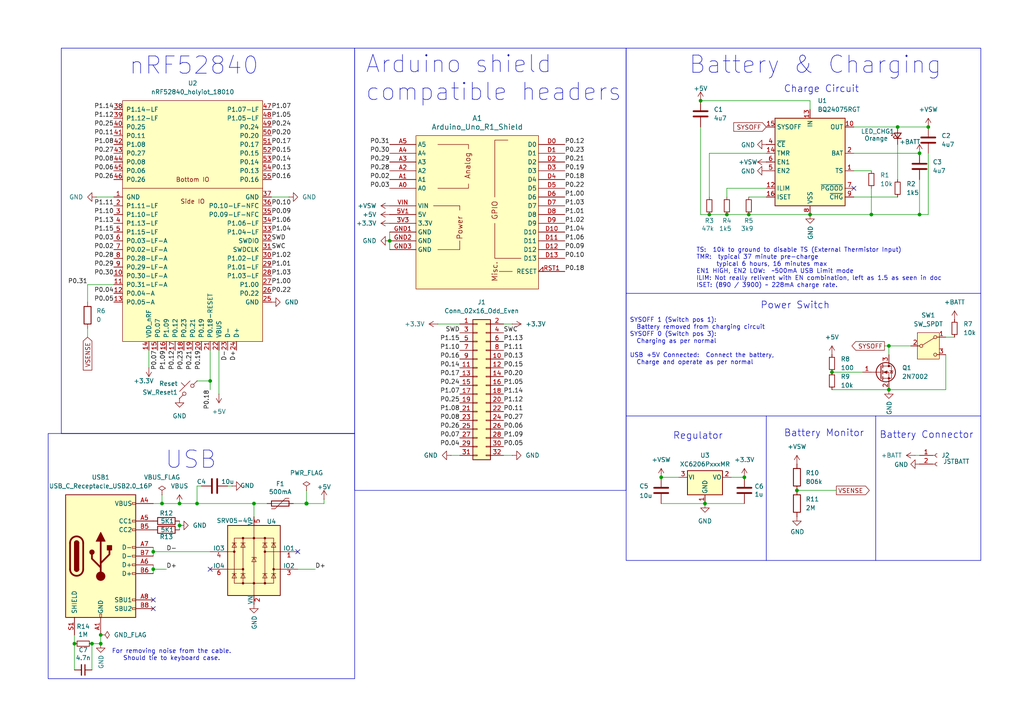
<source format=kicad_sch>
(kicad_sch (version 20231120) (generator "eeschema") (generator_version "8.0")
  (paper "A4")
  (title_block (title "nRF52840-Uno") (date "2024-08-12") (rev "0.1") (company "Scott O'Brien"))
  (lib_symbols
    (symbol "ArduinoStyleHeaders:Uno_Style_nRF8240_Breakout"
      (property "Reference" "U" (at 0 0 0))
      (symbol "Uno_Style_nRF8240_Breakout_0_0"
        (text "Analog" (at -2.794 -11.176 900) (effects (font (size 1.524 1.524))))
        (text "Misc." (at 5.08 -41.91 900) (effects (font (size 1.524 1.524))))
        (text "Power" (at -5.08 -29.21 900) (effects (font (size 1.524 1.524))))
      )
      (symbol "Uno_Style_nRF8240_Breakout_1_0"
        (text "GPIO" (at 5.08 -24.13 900) (effects (font (size 1.524 1.524))))
      )
      (symbol "Uno_Style_nRF8240_Breakout_1_1"
        (pin power_in line (at -25.4 -27.94 0) (length 7.62) (name "3.3V") (number "3V3"))
        (pin power_in line (at -25.4 -25.4 0) (length 7.62) (name "5V") (number "5V1"))
        (pin bidirectional line (at -25.4 -17.78 0) (length 7.62) (name "A0") (number "A0"))
        (pin bidirectional line (at -25.4 -15.24 0) (length 7.62) (name "A1") (number "A1"))
        (pin bidirectional line (at -25.4 -12.7 0) (length 7.62) (name "A2") (number "A2"))
        (pin bidirectional line (at -25.4 -10.16 0) (length 7.62) (name "A3") (number "A3"))
        (pin bidirectional line (at -25.4 -7.62 0) (length 7.62) (name "A4") (number "A4"))
        (pin bidirectional line (at -25.4 -5.08 0) (length 7.62) (name "A5") (number "A5"))
        (pin bidirectional line (at 25.4 -5.08 180) (length 7.62) (name "D0") (number "D0"))
        (pin bidirectional line (at 25.4 -7.62 180) (length 7.62) (name "D1") (number "D1"))
        (pin bidirectional line (at 25.4 -30.48 180) (length 7.62) (name "D10") (number "D10"))
        (pin bidirectional line (at 25.4 -33.02 180) (length 7.62) (name "D11") (number "D11"))
        (pin bidirectional line (at 25.4 -35.56 180) (length 7.62) (name "D12") (number "D12"))
        (pin bidirectional line (at 25.4 -38.1 180) (length 7.62) (name "D13") (number "D13"))
        (pin bidirectional line (at 25.4 -10.16 180) (length 7.62) (name "D2") (number "D2"))
        (pin bidirectional line (at 25.4 -12.7 180) (length 7.62) (name "D3") (number "D3"))
        (pin bidirectional line (at 25.4 -15.24 180) (length 7.62) (name "D4") (number "D4"))
        (pin bidirectional line (at 25.4 -17.78 180) (length 7.62) (name "D5") (number "D5"))
        (pin bidirectional line (at 25.4 -20.32 180) (length 7.62) (name "D6") (number "D6"))
        (pin bidirectional line (at 25.4 -22.86 180) (length 7.62) (name "D7") (number "D7"))
        (pin bidirectional line (at 25.4 -25.4 180) (length 7.62) (name "D8") (number "D8"))
        (pin bidirectional line (at 25.4 -27.94 180) (length 7.62) (name "D9") (number "D9"))
        (pin power_in line (at -25.4 -30.48 0) (length 7.62) (name "GND") (number "GND1"))
        (pin power_in line (at -25.4 -33.02 0) (length 7.62) (name "GND") (number "GND2"))
        (pin power_in line (at -25.4 -35.56 0) (length 7.62) (name "GND") (number "GND3"))
        (pin open_collector input_low (at 25.4 -41.91 180) (length 7.62) (name "RESET") (number "RST1"))
        (pin power_in line (at -25.4 -22.86 0) (length 7.62) (name "VIN") (number "VIN"))
      )
    )
    (symbol "Battery_Management:BQ24075RGT"
      (property "Reference" "U" (at -8.89 13.97 0))
      (property "Value" "BQ24075RGT" (at 16.51 13.97 0))
      (symbol "BQ24075RGT_1_1"
        (pin passive line (at 12.7 -2.54 180) (length 2.54) (name "TS") (number "1"))
        (pin power_out line (at 12.7 10.16 180) (length 2.54) (name "OUT") (number "10"))
        (pin passive line (at 12.7 10.16 180) (length 2.54) hide (name "OUT") (number "11"))
        (pin passive line (at -12.7 -7.62 0) (length 2.54) (name "ILIM") (number "12"))
        (pin power_in line (at 0 15.24 270) (length 2.54) (name "IN") (number "13"))
        (pin input line (at -12.7 2.54 0) (length 2.54) (name "TMR") (number "14"))
        (pin input line (at -12.7 10.16 0) (length 2.54) (name "SYSOFF") (number "15"))
        (pin passive line (at -12.7 -10.16 0) (length 2.54) (name "ISET") (number "16"))
        (pin passive line (at 0 -15.24 90) (length 2.54) hide (name "VSS") (number "17"))
        (pin power_out line (at 12.7 2.54 180) (length 2.54) (name "BAT") (number "2"))
        (pin passive line (at 12.7 2.54 180) (length 2.54) hide (name "BAT") (number "3"))
        (pin input line (at -12.7 5.08 0) (length 2.54) (name "~{CE}") (number "4"))
        (pin input line (at -12.7 -2.54 0) (length 2.54) (name "EN2") (number "5"))
        (pin input line (at -12.7 0 0) (length 2.54) (name "EN1") (number "6"))
        (pin open_collector line (at 12.7 -7.62 180) (length 2.54) (name "~{PGOOD}") (number "7"))
        (pin power_in line (at 0 -15.24 90) (length 2.54) (name "VSS") (number "8"))
        (pin open_collector line (at 12.7 -10.16 180) (length 2.54) (name "~{CHG}") (number "9"))
      )
    )
    (symbol "Connector:Conn_01x02_Socket" (pin_names (offset 1.016) hide)
      (property "Reference" "J" (at 0 2.54 0))
      (property "Value" "Conn_01x02_Socket" (at 0 -5.08 0))
      (symbol "Conn_01x02_Socket_1_1"
        (pin passive line (at -5.08 0 0) (length 3.81) (name "Pin_1") (number "1"))
        (pin passive line (at -5.08 -2.54 0) (length 3.81) (name "Pin_2") (number "2"))
      )
    )
    (symbol "Connector:USB_C_Receptacle_USB2.0_16P" (pin_names (offset 1.016))
      (property "Reference" "J" (at 0 22.225 0))
      (property "Value" "USB_C_Receptacle_USB2.0_16P" (at 0 19.685 0))
      (symbol "USB_C_Receptacle_USB2.0_16P_1_1"
        (pin passive line (at 0 -22.86 90) (length 5.08) (name "GND") (number "A1"))
        (pin passive line (at 0 -22.86 90) (length 5.08) hide (name "GND") (number "A12"))
        (pin passive line (at 15.24 15.24 180) (length 5.08) (name "VBUS") (number "A4"))
        (pin bidirectional line (at 15.24 10.16 180) (length 5.08) (name "CC1") (number "A5"))
        (pin bidirectional line (at 15.24 -2.54 180) (length 5.08) (name "D+") (number "A6"))
        (pin bidirectional line (at 15.24 2.54 180) (length 5.08) (name "D-") (number "A7"))
        (pin bidirectional line (at 15.24 -12.7 180) (length 5.08) (name "SBU1") (number "A8"))
        (pin passive line (at 15.24 15.24 180) (length 5.08) hide (name "VBUS") (number "A9"))
        (pin passive line (at 0 -22.86 90) (length 5.08) hide (name "GND") (number "B1"))
        (pin passive line (at 0 -22.86 90) (length 5.08) hide (name "GND") (number "B12"))
        (pin passive line (at 15.24 15.24 180) (length 5.08) hide (name "VBUS") (number "B4"))
        (pin bidirectional line (at 15.24 7.62 180) (length 5.08) (name "CC2") (number "B5"))
        (pin bidirectional line (at 15.24 -5.08 180) (length 5.08) (name "D+") (number "B6"))
        (pin bidirectional line (at 15.24 0 180) (length 5.08) (name "D-") (number "B7"))
        (pin bidirectional line (at 15.24 -15.24 180) (length 5.08) (name "SBU2") (number "B8"))
        (pin passive line (at 15.24 15.24 180) (length 5.08) hide (name "VBUS") (number "B9"))
        (pin passive line (at -7.62 -22.86 90) (length 5.08) (name "SHIELD") (number "S1"))
      )
    )
    (symbol "Connector_Generic:Conn_02x16_Odd_Even" (pin_names (offset 1.016) hide)
      (property "Reference" "J" (at 1.27 20.32 0))
      (property "Value" "Conn_02x16_Odd_Even" (at 1.27 -22.86 0))
      (symbol "Conn_02x16_Odd_Even_1_1"
        (pin passive line (at -5.08 17.78 0) (length 3.81) (name "Pin_1") (number "1"))
        (pin passive line (at 7.62 7.62 180) (length 3.81) (name "Pin_10") (number "10"))
        (pin passive line (at -5.08 5.08 0) (length 3.81) (name "Pin_11") (number "11"))
        (pin passive line (at 7.62 5.08 180) (length 3.81) (name "Pin_12") (number "12"))
        (pin passive line (at -5.08 2.54 0) (length 3.81) (name "Pin_13") (number "13"))
        (pin passive line (at 7.62 2.54 180) (length 3.81) (name "Pin_14") (number "14"))
        (pin passive line (at -5.08 0 0) (length 3.81) (name "Pin_15") (number "15"))
        (pin passive line (at 7.62 0 180) (length 3.81) (name "Pin_16") (number "16"))
        (pin passive line (at -5.08 -2.54 0) (length 3.81) (name "Pin_17") (number "17"))
        (pin passive line (at 7.62 -2.54 180) (length 3.81) (name "Pin_18") (number "18"))
        (pin passive line (at -5.08 -5.08 0) (length 3.81) (name "Pin_19") (number "19"))
        (pin passive line (at 7.62 17.78 180) (length 3.81) (name "Pin_2") (number "2"))
        (pin passive line (at 7.62 -5.08 180) (length 3.81) (name "Pin_20") (number "20"))
        (pin passive line (at -5.08 -7.62 0) (length 3.81) (name "Pin_21") (number "21"))
        (pin passive line (at 7.62 -7.62 180) (length 3.81) (name "Pin_22") (number "22"))
        (pin passive line (at -5.08 -10.16 0) (length 3.81) (name "Pin_23") (number "23"))
        (pin passive line (at 7.62 -10.16 180) (length 3.81) (name "Pin_24") (number "24"))
        (pin passive line (at -5.08 -12.7 0) (length 3.81) (name "Pin_25") (number "25"))
        (pin passive line (at 7.62 -12.7 180) (length 3.81) (name "Pin_26") (number "26"))
        (pin passive line (at -5.08 -15.24 0) (length 3.81) (name "Pin_27") (number "27"))
        (pin passive line (at 7.62 -15.24 180) (length 3.81) (name "Pin_28") (number "28"))
        (pin passive line (at -5.08 -17.78 0) (length 3.81) (name "Pin_29") (number "29"))
        (pin passive line (at -5.08 15.24 0) (length 3.81) (name "Pin_3") (number "3"))
        (pin passive line (at 7.62 -17.78 180) (length 3.81) (name "Pin_30") (number "30"))
        (pin passive line (at -5.08 -20.32 0) (length 3.81) (name "Pin_31") (number "31"))
        (pin passive line (at 7.62 -20.32 180) (length 3.81) (name "Pin_32") (number "32"))
        (pin passive line (at 7.62 15.24 180) (length 3.81) (name "Pin_4") (number "4"))
        (pin passive line (at -5.08 12.7 0) (length 3.81) (name "Pin_5") (number "5"))
        (pin passive line (at 7.62 12.7 180) (length 3.81) (name "Pin_6") (number "6"))
        (pin passive line (at -5.08 10.16 0) (length 3.81) (name "Pin_7") (number "7"))
        (pin passive line (at 7.62 10.16 180) (length 3.81) (name "Pin_8") (number "8"))
        (pin passive line (at -5.08 7.62 0) (length 3.81) (name "Pin_9") (number "9"))
      )
    )
    (symbol "Device:C" (pin_numbers hide) (pin_names (offset 0.254))
      (property "Reference" "C" (at 0.635 2.54 0))
      (property "Value" "C" (at 0.635 -2.54 0))
      (symbol "C_1_1"
        (pin passive line (at 0 3.81 270) (length 2.794) (name "~") (number "1"))
        (pin passive line (at 0 -3.81 90) (length 2.794) (name "~") (number "2"))
      )
    )
    (symbol "Device:C_Small" (pin_numbers hide) (pin_names (offset 0.254) hide)
      (property "Reference" "C" (at 0.254 1.778 0))
      (property "Value" "C_Small" (at 0.254 -2.032 0))
      (symbol "C_Small_1_1"
        (pin passive line (at 0 2.54 270) (length 2.032) (name "~") (number "1"))
        (pin passive line (at 0 -2.54 90) (length 2.032) (name "~") (number "2"))
      )
    )
    (symbol "Device:LED_Small" (pin_numbers hide) (pin_names (offset 0.254) hide)
      (property "Reference" "D" (at -1.27 3.175 0))
      (property "Value" "LED_Small" (at -4.445 -2.54 0))
      (symbol "LED_Small_1_1"
        (pin passive line (at -2.54 0 0) (length 1.778) (name "K") (number "1"))
        (pin passive line (at 2.54 0 180) (length 1.778) (name "A") (number "2"))
      )
    )
    (symbol "Device:Polyfuse" (pin_numbers hide) (pin_names (offset 0))
      (property "Reference" "F" (at -2.54 0 90))
      (property "Value" "Polyfuse" (at 2.54 0 90))
      (symbol "Polyfuse_1_1"
        (pin passive line (at 0 3.81 270) (length 1.27) (name "~") (number "1"))
        (pin passive line (at 0 -3.81 90) (length 1.27) (name "~") (number "2"))
      )
    )
    (symbol "Device:R" (pin_numbers hide) (pin_names (offset 0))
      (property "Reference" "R" (at 2.032 0 90))
      (property "Value" "R" (at 0 0 90))
      (symbol "R_1_1"
        (pin passive line (at 0 3.81 270) (length 1.27) (name "~") (number "1"))
        (pin passive line (at 0 -3.81 90) (length 1.27) (name "~") (number "2"))
      )
    )
    (symbol "Device:R_Small" (pin_numbers hide) (pin_names (offset 0.254) hide)
      (property "Reference" "R" (at 0.762 0.508 0))
      (property "Value" "R_Small" (at 0.762 -1.016 0))
      (symbol "R_Small_1_1"
        (pin passive line (at 0 2.54 270) (length 0.762) (name "~") (number "1"))
        (pin passive line (at 0 -2.54 90) (length 0.762) (name "~") (number "2"))
      )
    )
    (symbol "PCM_marbastlib-various:nRF52840_holyiot_18010" (pin_names (offset 1.016))
      (property "Reference" "U" (at 0 30.48 0))
      (property "Value" "nRF52840_holyiot_18010" (at 0 27.94 0))
      (symbol "nRF52840_holyiot_18010_0_0"
        (text "Bottom IO" (at 0 2.54 0) (effects (font (size 1.27 1.27))))
        (text "Side IO" (at 0 -3.81 0) (effects (font (size 1.27 1.27))))
      )
      (symbol "nRF52840_holyiot_18010_1_1"
        (pin power_in line (at -22.86 -2.54 0) (length 2.54) (name "GND") (number "1"))
        (pin bidirectional line (at -22.86 -25.4 0) (length 2.54) (name "P0.30-LF-A") (number "10"))
        (pin bidirectional line (at -22.86 -27.94 0) (length 2.54) (name "P0.31-LF-A") (number "11"))
        (pin bidirectional line (at -22.86 -30.48 0) (length 2.54) (name "P0.04-A") (number "12"))
        (pin bidirectional line (at -22.86 -33.02 0) (length 2.54) (name "P0.05-A") (number "13"))
        (pin power_in line (at -12.7 -46.99 90) (length 2.54) (name "VDD_nRF") (number "14"))
        (pin bidirectional line (at -10.16 -46.99 90) (length 2.54) (name "P0.07") (number "15"))
        (pin bidirectional line (at -7.62 -46.99 90) (length 2.54) (name "P1.09") (number "16"))
        (pin bidirectional line (at -5.08 -46.99 90) (length 2.54) (name "P0.12") (number "17"))
        (pin bidirectional line (at -2.54 -46.99 90) (length 2.54) (name "P0.23") (number "18"))
        (pin bidirectional line (at 0 -46.99 90) (length 2.54) (name "P0.21") (number "19"))
        (pin bidirectional line (at -22.86 -5.08 0) (length 2.54) (name "P1.11-LF") (number "2"))
        (pin bidirectional line (at 2.54 -46.99 90) (length 2.54) (name "P0.19") (number "20"))
        (pin input line (at 5.08 -46.99 90) (length 2.54) (name "P0.18-RESET") (number "21"))
        (pin power_in line (at 7.62 -46.99 90) (length 2.54) (name "VBUS") (number "22"))
        (pin bidirectional line (at 10.16 -46.99 90) (length 2.54) (name "D-") (number "23"))
        (pin bidirectional line (at 12.7 -46.99 90) (length 2.54) (name "D+") (number "24"))
        (pin power_in line (at 22.86 -33.02 180) (length 2.54) (name "GND") (number "25"))
        (pin bidirectional line (at 22.86 -30.48 180) (length 2.54) (name "P0.22") (number "26"))
        (pin bidirectional line (at 22.86 -27.94 180) (length 2.54) (name "P1.00") (number "27"))
        (pin bidirectional line (at 22.86 -25.4 180) (length 2.54) (name "P1.03-LF") (number "28"))
        (pin bidirectional line (at 22.86 -22.86 180) (length 2.54) (name "P1.01-LF") (number "29"))
        (pin bidirectional line (at -22.86 -7.62 0) (length 2.54) (name "P1.10-LF") (number "3"))
        (pin bidirectional line (at 22.86 -20.32 180) (length 2.54) (name "P1.02-LF") (number "30"))
        (pin bidirectional line (at 22.86 -17.78 180) (length 2.54) (name "SWDCLK") (number "31"))
        (pin bidirectional line (at 22.86 -15.24 180) (length 2.54) (name "SWDIO") (number "32"))
        (pin bidirectional line (at 22.86 -12.7 180) (length 2.54) (name "P1.04-LF") (number "33"))
        (pin bidirectional line (at 22.86 -10.16 180) (length 2.54) (name "P1.06-LF") (number "34"))
        (pin bidirectional line (at 22.86 -7.62 180) (length 2.54) (name "P0.09-LF-NFC") (number "35"))
        (pin bidirectional line (at 22.86 -5.08 180) (length 2.54) (name "P0.10-LF-NFC") (number "36"))
        (pin power_in line (at 22.86 -2.54 180) (length 2.54) (name "GND") (number "37"))
        (pin bidirectional line (at -22.86 22.86 0) (length 2.54) (name "P1.14-LF") (number "38"))
        (pin bidirectional line (at -22.86 20.32 0) (length 2.54) (name "P1.12-LF") (number "39"))
        (pin bidirectional line (at -22.86 -10.16 0) (length 2.54) (name "P1.13-LF") (number "4"))
        (pin bidirectional line (at -22.86 17.78 0) (length 2.54) (name "P0.25") (number "40"))
        (pin bidirectional line (at -22.86 15.24 0) (length 2.54) (name "P0.11") (number "41"))
        (pin bidirectional line (at -22.86 12.7 0) (length 2.54) (name "P1.08") (number "42"))
        (pin bidirectional line (at -22.86 10.16 0) (length 2.54) (name "P0.27") (number "43"))
        (pin bidirectional line (at -22.86 7.62 0) (length 2.54) (name "P0.08") (number "44"))
        (pin bidirectional line (at -22.86 5.08 0) (length 2.54) (name "P0.06") (number "45"))
        (pin bidirectional line (at -22.86 2.54 0) (length 2.54) (name "P0.26") (number "46"))
        (pin bidirectional line (at 22.86 22.86 180) (length 2.54) (name "P1.07-LF") (number "47"))
        (pin bidirectional line (at 22.86 20.32 180) (length 2.54) (name "P1.05-LF") (number "48"))
        (pin bidirectional line (at 22.86 17.78 180) (length 2.54) (name "P0.24") (number "49"))
        (pin bidirectional line (at -22.86 -12.7 0) (length 2.54) (name "P1.15-LF") (number "5"))
        (pin bidirectional line (at 22.86 15.24 180) (length 2.54) (name "P0.20") (number "50"))
        (pin bidirectional line (at 22.86 12.7 180) (length 2.54) (name "P0.17") (number "51"))
        (pin bidirectional line (at 22.86 10.16 180) (length 2.54) (name "P0.15") (number "52"))
        (pin bidirectional line (at 22.86 7.62 180) (length 2.54) (name "P0.14") (number "53"))
        (pin bidirectional line (at 22.86 5.08 180) (length 2.54) (name "P0.13") (number "54"))
        (pin bidirectional line (at 22.86 2.54 180) (length 2.54) (name "P0.16") (number "55"))
        (pin bidirectional line (at -22.86 -15.24 0) (length 2.54) (name "P0.03-LF-A") (number "6"))
        (pin bidirectional line (at -22.86 -17.78 0) (length 2.54) (name "P0.02-LF-A") (number "7"))
        (pin bidirectional line (at -22.86 -20.32 0) (length 2.54) (name "P0.28-LF-A") (number "8"))
        (pin bidirectional line (at -22.86 -22.86 0) (length 2.54) (name "P0.29-LF-A") (number "9"))
      )
    )
    (symbol "Power_Protection:SRV05-4" (pin_names (offset 0))
      (property "Reference" "U" (at -5.08 11.43 0))
      (property "Value" "SRV05-4" (at 2.54 11.43 0))
      (symbol "SRV05-4_1_1"
        (pin passive line (at -12.7 2.54 0) (length 5.08) (name "IO1") (number "1"))
        (pin passive line (at 0 -12.7 90) (length 2.54) (name "VN") (number "2"))
        (pin passive line (at -12.7 -2.54 0) (length 5.08) (name "IO2") (number "3"))
        (pin passive line (at 12.7 2.54 180) (length 5.08) (name "IO3") (number "4"))
        (pin passive line (at 0 12.7 270) (length 2.54) (name "VP") (number "5"))
        (pin passive line (at 12.7 -2.54 180) (length 5.08) (name "IO4") (number "6"))
      )
    )
    (symbol "Switch:SW_Push_45deg" (pin_numbers hide) (pin_names (offset 1.016) hide)
      (property "Reference" "SW" (at 3.048 1.016 0))
      (property "Value" "SW_Push_45deg" (at 0 -3.81 0))
      (symbol "SW_Push_45deg_0_1"
        (pin passive line (at -2.54 2.54 0) (length 0) (name "1") (number "1"))
        (pin passive line (at 2.54 -2.54 180) (length 0) (name "2") (number "2"))
      )
    )
    (symbol "Switch:SW_SPDT" (pin_names (offset 0) hide)
      (property "Reference" "SW" (at 0 5.08 0))
      (property "Value" "SW_SPDT" (at 0 -5.08 0))
      (symbol "SW_SPDT_1_1"
        (pin passive line (at 5.08 2.54 180) (length 2.54) (name "A") (number "1"))
        (pin passive line (at -5.08 0 0) (length 2.54) (name "B") (number "2"))
        (pin passive line (at 5.08 -2.54 180) (length 2.54) (name "C") (number "3"))
      )
    )
    (symbol "Transistor_FET:2N7002" (pin_names hide)
      (property "Reference" "Q" (at 5.08 1.905 0))
      (property "Value" "2N7002" (at 5.08 0 0))
      (symbol "2N7002_1_1"
        (pin input line (at -5.08 0 0) (length 2.54) (name "G") (number "1"))
        (pin passive line (at 2.54 -5.08 90) (length 2.54) (name "S") (number "2"))
        (pin passive line (at 2.54 5.08 270) (length 2.54) (name "D") (number "3"))
      )
    )
    (symbol "XC6206PxxxMR_1" (pin_names (offset 0.254))
      (property "Reference" "U" (at -3.81 3.175 0))
      (property "Value" "XC6206PxxxMR" (at 0 3.175 0))
      (symbol "XC6206PxxxMR_1_1_1"
        (pin power_in line (at 0 -7.62 90) (length 2.54) (name "GND") (number "1"))
        (pin power_out line (at 7.62 0 180) (length 2.54) (name "VO") (number "2"))
        (pin power_in line (at -7.62 0 0) (length 2.54) (name "VI") (number "3"))
      )
    )
    (symbol "power:+3.3V" (power) (pin_numbers hide) (pin_names (offset 0) hide)
      (property "Value" "+3.3V" (at 0 3.556 0))
      (symbol "+3.3V_1_1"
        (pin power_in line (at 0 0 90) (length 0) (name "~") (number "1"))
      )
    )
    (symbol "power:+5V" (power) (pin_numbers hide) (pin_names (offset 0) hide)
      (property "Value" "+5V" (at 0 3.556 0))
      (symbol "+5V_1_1"
        (pin power_in line (at 0 0 90) (length 0) (name "~") (number "1"))
      )
    )
    (symbol "power:+BATT" (power) (pin_numbers hide) (pin_names (offset 0) hide)
      (property "Value" "+BATT" (at 0 3.556 0))
      (symbol "+BATT_1_1"
        (pin power_in line (at 0 0 90) (length 0) (name "~") (number "1"))
      )
    )
    (symbol "power:+VSW" (power) (pin_numbers hide) (pin_names (offset 0) hide)
      (property "Value" "+VSW" (at 0 3.556 0))
      (symbol "+VSW_1_1"
        (pin power_in line (at 0 0 90) (length 0) (name "~") (number "1"))
      )
    )
    (symbol "power:GND" (power) (pin_numbers hide) (pin_names (offset 0) hide)
      (property "Value" "GND" (at 0 -3.81 0))
      (symbol "GND_1_1"
        (pin power_in line (at 0 0 270) (length 0) (name "~") (number "1"))
      )
    )
    (symbol "power:PWR_FLAG" (power) (pin_numbers hide) (pin_names (offset 0) hide)
      (property "Value" "PWR_FLAG" (at 0 3.81 0))
      (symbol "PWR_FLAG_0_0"
        (pin power_out line (at 0 0 90) (length 0) (name "~") (number "1"))
      )
    )
    (symbol "power:VBUS" (power) (pin_numbers hide) (pin_names (offset 0) hide)
      (property "Value" "VBUS" (at 0 3.556 0))
      (symbol "VBUS_1_1"
        (pin power_in line (at 0 0 90) (length 0) (name "~") (number "1"))
      )
    )
  )
  (junction (at 44.45 165.1))
  (junction (at 257.81 113.03))
  (junction (at 191.77 138.43))
  (junction (at 203.2 29.21))
  (junction (at 29.21 184.15))
  (junction (at 231.14 142.24))
  (junction (at 113.03 69.85))
  (junction (at 210.82 62.23))
  (junction (at 21.59 186.69))
  (junction (at 52.07 152.4))
  (junction (at 269.24 36.83))
  (junction (at 52.07 146.05))
  (junction (at 57.15 146.05))
  (junction (at 234.95 62.23))
  (junction (at 260.35 36.83))
  (junction (at 205.74 62.23))
  (junction (at 88.9 146.05) (diameter 1.016))
  (junction (at 29.21 186.69))
  (junction (at 204.47 146.05))
  (junction (at 217.17 62.23))
  (junction (at 60.96 110.49))
  (junction (at 241.3 107.95))
  (junction (at 46.99 146.05))
  (junction (at 26.67 186.69))
  (junction (at 257.81 100.33))
  (junction (at 252.73 62.23))
  (junction (at 266.7 62.23))
  (junction (at 266.7 44.45))
  (junction (at 73.66 146.05))
  (junction (at 215.9 138.43))
  (junction (at 44.45 160.02))
  (no_connect (at 60.96 165.1))
  (no_connect (at 247.65 54.61))
  (no_connect (at 86.36 160.02))
  (no_connect (at 44.45 173.99))
  (no_connect (at 44.45 176.53))
  (wire (pts (xy 73.66 146.05) (xy 73.66 149.86)))
  (wire (pts (xy 113.03 69.85) (xy 113.03 72.39)))
  (polyline (pts (xy 222.25 120.65) (xy 222.25 162.56)))
  (wire (pts (xy 60.96 110.49) (xy 60.96 113.03)))
  (wire (pts (xy 269.24 44.45) (xy 269.24 62.23)))
  (wire (pts (xy 44.45 146.05) (xy 46.99 146.05)))
  (wire (pts (xy 46.99 146.05) (xy 52.07 146.05)))
  (polyline (pts (xy 254 120.65) (xy 254 162.56)))
  (polyline (pts (xy 181.61 85.09) (xy 284.48 85.09)))
  (wire (pts (xy 241.3 107.95) (xy 250.19 107.95)))
  (wire (pts (xy 63.5 101.6) (xy 63.5 114.3)))
  (wire (pts (xy 57.15 110.49) (xy 60.96 110.49)))
  (wire (pts (xy 44.45 165.1) (xy 48.26 165.1)))
  (wire (pts (xy 210.82 54.61) (xy 210.82 57.15)))
  (wire (pts (xy 26.67 194.31) (xy 26.67 186.69)))
  (wire (pts (xy 146.05 93.98) (xy 148.59 93.98)))
  (wire (pts (xy 21.59 184.15) (xy 21.59 186.69)))
  (wire (pts (xy 146.05 132.08) (xy 148.59 132.08)))
  (wire (pts (xy 58.42 140.97) (xy 57.15 140.97)))
  (wire (pts (xy 60.96 101.6) (xy 60.96 110.49)))
  (wire (pts (xy 256.54 100.33) (xy 257.81 100.33)))
  (wire (pts (xy 29.21 184.15) (xy 29.21 186.69)))
  (wire (pts (xy 257.81 100.33) (xy 264.16 100.33)))
  (wire (pts (xy 266.7 52.07) (xy 266.7 62.23)))
  (wire (pts (xy 210.82 62.23) (xy 217.17 62.23)))
  (wire (pts (xy 247.65 36.83) (xy 260.35 36.83)))
  (wire (pts (xy 222.25 54.61) (xy 210.82 54.61)))
  (wire (pts (xy 203.2 29.21) (xy 234.95 29.21)))
  (wire (pts (xy 44.45 158.75) (xy 44.45 160.02)))
  (wire (pts (xy 191.77 138.43) (xy 196.85 138.43)))
  (wire (pts (xy 52.07 146.05) (xy 57.15 146.05)))
  (wire (pts (xy 260.35 41.91) (xy 260.35 52.07)))
  (wire (pts (xy 266.7 62.23) (xy 269.24 62.23)))
  (wire (pts (xy 204.47 146.05) (xy 215.9 146.05)))
  (wire (pts (xy 127 93.98) (xy 133.35 93.98)))
  (wire (pts (xy 274.32 97.79) (xy 276.86 97.79)))
  (wire (pts (xy 191.77 146.05) (xy 204.47 146.05)))
  (wire (pts (xy 257.81 113.03) (xy 274.32 113.03)))
  (wire (pts (xy 86.36 165.1) (xy 91.44 165.1)))
  (wire (pts (xy 52.07 151.13) (xy 52.07 152.4)))
  (wire (pts (xy 217.17 57.15) (xy 222.25 57.15)))
  (wire (pts (xy 25.4 95.25) (xy 25.4 97.79)))
  (wire (pts (xy 203.2 62.23) (xy 205.74 62.23)))
  (wire (pts (xy 234.95 62.23) (xy 252.73 62.23)))
  (wire (pts (xy 88.9 142.24) (xy 88.9 146.05)))
  (wire (pts (xy 205.74 62.23) (xy 210.82 62.23)))
  (wire (pts (xy 252.73 62.23) (xy 266.7 62.23)))
  (wire (pts (xy 44.45 160.02) (xy 60.96 160.02)))
  (wire (pts (xy 46.99 143.51) (xy 46.99 146.05)))
  (wire (pts (xy 274.32 113.03) (xy 274.32 102.87)))
  (wire (pts (xy 25.4 82.55) (xy 25.4 87.63)))
  (wire (pts (xy 252.73 54.61) (xy 252.73 62.23)))
  (wire (pts (xy 93.98 144.78) (xy 93.98 146.05)))
  (wire (pts (xy 130.81 132.08) (xy 133.35 132.08)))
  (wire (pts (xy 222.25 44.45) (xy 205.74 44.45)))
  (wire (pts (xy 43.18 101.6) (xy 43.18 106.68)))
  (wire (pts (xy 212.09 138.43) (xy 215.9 138.43)))
  (wire (pts (xy 52.07 152.4) (xy 52.07 153.67)))
  (wire (pts (xy 203.2 36.83) (xy 203.2 62.23)))
  (wire (pts (xy 217.17 62.23) (xy 234.95 62.23)))
  (wire (pts (xy 27.94 57.15) (xy 33.02 57.15)))
  (wire (pts (xy 21.59 186.69) (xy 21.59 194.31)))
  (wire (pts (xy 231.14 142.24) (xy 242.57 142.24)))
  (wire (pts (xy 85.09 146.05) (xy 88.9 146.05)))
  (wire (pts (xy 265.43 132.08) (xy 266.7 132.08)))
  (wire (pts (xy 257.81 100.33) (xy 257.81 102.87)))
  (wire (pts (xy 247.65 44.45) (xy 266.7 44.45)))
  (wire (pts (xy 44.45 160.02) (xy 44.45 161.29)))
  (wire (pts (xy 66.04 140.97) (xy 67.31 140.97)))
  (wire (pts (xy 73.66 146.05) (xy 77.47 146.05)))
  (wire (pts (xy 88.9 146.05) (xy 93.98 146.05)))
  (wire (pts (xy 44.45 163.83) (xy 44.45 165.1)))
  (wire (pts (xy 247.65 49.53) (xy 252.73 49.53)))
  (wire (pts (xy 241.3 113.03) (xy 257.81 113.03)))
  (wire (pts (xy 260.35 36.83) (xy 269.24 36.83)))
  (wire (pts (xy 25.4 82.55) (xy 33.02 82.55)))
  (wire (pts (xy 113.03 67.31) (xy 113.03 69.85)))
  (wire (pts (xy 234.95 29.21) (xy 234.95 31.75)))
  (wire (pts (xy 78.74 57.15) (xy 83.82 57.15)))
  (wire (pts (xy 205.74 44.45) (xy 205.74 57.15)))
  (wire (pts (xy 57.15 146.05) (xy 73.66 146.05)))
  (wire (pts (xy 44.45 165.1) (xy 44.45 166.37)))
  (wire (pts (xy 57.15 140.97) (xy 57.15 146.05)))
  (polyline (pts (xy 181.61 120.65) (xy 284.48 120.65)))
  (wire (pts (xy 26.67 186.69) (xy 29.21 186.69)))
  (wire (pts (xy 247.65 57.15) (xy 260.35 57.15)))
  (rectangle (start 13.97 125.73) (end 102.87 196.85))
  (rectangle (start 17.78 13.97) (end 102.87 125.73))
  (rectangle (start 181.61 13.97) (end 284.48 162.56))
  (rectangle (start 102.87 13.97) (end 181.61 142.24))
  (text "USB" (at 47.752 136.398 0) (effects (font (size 5.0038 5.0038)) (justify left bottom)))
  (text "Regulator" (at 202.438 126.492 0) (effects (font (size 2 2))))
  (text "SYSOFF 1 (Switch pos 1):  \n  Battery removed from charging circuit\nSYSOFF 0 (Switch pos 3):  \n  Charging as per normal\n\nUSB +5V Connected:  Connect the battery, \n  Charge and operate as per normal" (at 182.626 99.06 0) (effects (font (size 1.27 1.27)) (justify left)))
  (text "TS:  10k to ground to disable TS (External Thermistor Input)\nTMR:  typical 37 minute pre-charge\n      typical 6 hours, 16 minutes max\nEN1 HIGH, EN2 LOW:  ~500mA USB Limit mode\nILIM: Not really relivent with EN combination, left as 1.5 as seen in doc\nISET: (890 / 3900) ~ 228mA charge rate." (at 201.93 77.724 0) (effects (font (size 1.27 1.27)) (justify left)))
  (text "Battery & Charging" (at 236.474 21.844 0) (effects (font (size 5.0038 5.0038)) (justify bottom)))
  (text "Battery Connector" (at 268.732 126.238 0) (effects (font (size 2 2))))
  (text "Battery Monitor" (at 239.014 125.73 0) (effects (font (size 2 2))))
  (text "Charge Circuit" (at 238.252 25.908 0) (effects (font (size 2 2))))
  (text "For removing noise from the cable.\nShould tie to keyboard case." (at 49.784 189.992 0) (effects (font (size 1.27 1.27))))
  (text "Arduino shield\ncompatible headers" (at 105.918 29.718 0) (effects (font (size 5.0038 5.0038)) (justify left bottom)))
  (text "Power Switch" (at 230.632 88.646 0) (effects (font (size 2 2))))
  (text "nRF52840" (at 37.338 22.098 0) (effects (font (size 5.0038 5.0038)) (justify left bottom)))
  (label "P0.27" (at 33.02 44.45 180))
  (label "P1.09" (at 48.26 101.6 270))
  (label "P1.00" (at 78.74 82.55 0))
  (label "P0.29" (at 33.02 77.47 180))
  (label "P1.08" (at 33.02 41.91 180))
  (label "SWD" (at 78.74 69.85 0))
  (label "P1.12" (at 33.02 34.29 180))
  (label "P0.07" (at 45.72 101.6 270))
  (label "P1.07" (at 133.35 114.3 180))
  (label "P0.30" (at 113.03 44.45 180))
  (label "P0.31" (at 25.4 82.55 180))
  (label "P0.31" (at 113.03 41.91 180))
  (label "P1.07" (at 78.74 31.75 0))
  (label "P1.06" (at 78.74 64.77 0))
  (label "P0.16" (at 133.35 104.14 180))
  (label "P1.00" (at 163.83 57.15 0))
  (label "P0.15" (at 78.74 44.45 0))
  (label "P0.25" (at 33.02 36.83 180))
  (label "P0.02" (at 33.02 72.39 180))
  (label "P1.14" (at 146.05 114.3 0))
  (label "P1.01" (at 78.74 77.47 0))
  (label "P0.17" (at 78.74 41.91 0))
  (label "D-" (at 48.26 160.02 0))
  (label "P0.26" (at 133.35 124.46 180))
  (label "P0.17" (at 133.35 109.22 180))
  (label "P0.20" (at 78.74 39.37 0))
  (label "P0.12" (at 50.8 101.6 270))
  (label "P1.15" (at 133.35 99.06 180))
  (label "SWC" (at 146.05 96.52 0))
  (label "P0.27" (at 146.05 121.92 0))
  (label "P0.18" (at 163.83 52.07 0))
  (label "P1.12" (at 146.05 116.84 0))
  (label "P1.10" (at 33.02 62.23 180))
  (label "P0.16" (at 78.74 52.07 0))
  (label "P0.28" (at 113.03 49.53 180))
  (label "P0.13" (at 146.05 104.14 0))
  (label "P1.02" (at 78.74 74.93 0))
  (label "P0.18" (at 60.96 113.03 270))
  (label "D+" (at 91.44 165.1 0))
  (label "P1.03" (at 78.74 80.01 0))
  (label "P1.02" (at 163.83 64.77 0))
  (label "P1.06" (at 163.83 69.85 0))
  (label "P0.06" (at 33.02 49.53 180))
  (label "P1.15" (at 33.02 67.31 180))
  (label "P0.13" (at 78.74 49.53 0))
  (label "P1.09" (at 146.05 127 0))
  (label "P0.26" (at 33.02 52.07 180))
  (label "D+" (at 48.26 165.1 0))
  (label "P0.15" (at 146.05 106.68 0))
  (label "P1.10" (at 133.35 101.6 180))
  (label "P0.23" (at 53.34 101.6 270))
  (label "P0.10" (at 78.74 59.69 0))
  (label "P1.11" (at 146.05 101.6 0))
  (label "P0.02" (at 113.03 52.07 180))
  (label "P1.04" (at 163.83 67.31 0))
  (label "P0.25" (at 133.35 116.84 180))
  (label "P0.14" (at 133.35 106.68 180))
  (label "P0.04" (at 33.02 85.09 180))
  (label "P0.12" (at 163.83 41.91 0))
  (label "P1.05" (at 78.74 34.29 0))
  (label "P0.19" (at 163.83 49.53 0))
  (label "P0.10" (at 163.83 74.93 0))
  (label "P0.09" (at 78.74 62.23 0))
  (label "P1.05" (at 146.05 111.76 0))
  (label "P0.29" (at 113.03 46.99 180))
  (label "P0.28" (at 33.02 74.93 180))
  (label "D+" (at 68.58 101.6 270))
  (label "P0.04" (at 133.35 129.54 180))
  (label "P0.11" (at 146.05 119.38 0))
  (label "P0.21" (at 163.83 46.99 0))
  (label "P0.09" (at 163.83 72.39 0))
  (label "SWD" (at 133.35 96.52 180))
  (label "P1.03" (at 163.83 59.69 0))
  (label "P0.03" (at 33.02 69.85 180))
  (label "P1.13" (at 146.05 99.06 0))
  (label "P0.20" (at 146.05 109.22 0))
  (label "P0.06" (at 146.05 124.46 0))
  (label "P0.08" (at 33.02 46.99 180))
  (label "P0.07" (at 133.35 127 180))
  (label "P0.24" (at 133.35 111.76 180))
  (label "P0.18" (at 163.83 78.74 0))
  (label "P0.19" (at 58.42 101.6 270))
  (label "P0.05" (at 146.05 129.54 0))
  (label "P1.11" (at 33.02 59.69 180))
  (label "D-" (at 66.04 101.6 270))
  (label "P0.23" (at 163.83 44.45 0))
  (label "P0.11" (at 33.02 39.37 180))
  (label "P1.04" (at 78.74 67.31 0))
  (label "P0.05" (at 33.02 87.63 180))
  (label "P0.22" (at 163.83 54.61 0))
  (label "P0.08" (at 133.35 121.92 180))
  (label "P1.01" (at 163.83 62.23 0))
  (label "P0.30" (at 33.02 80.01 180))
  (label "SWC" (at 78.74 72.39 0))
  (label "P0.21" (at 55.88 101.6 270))
  (label "P1.08" (at 133.35 119.38 180))
  (label "P0.03" (at 113.03 54.61 180))
  (label "P0.14" (at 78.74 46.99 0))
  (label "P0.24" (at 78.74 36.83 0))
  (label "P1.14" (at 33.02 31.75 180))
  (label "P0.22" (at 78.74 85.09 0))
  (label "P1.13" (at 33.02 64.77 180))
  (global_label "SYSOFF" (shape input) (at 222.25 36.83 180) (property "Intersheetrefs" "${INTERSHEET_REFS}" (effects (hide yes))))
  (global_label "VSENSE" (shape input) (at 25.4 97.79 270) (property "Intersheetrefs" "${INTERSHEET_REFS}" (effects (hide yes))))
  (global_label "SYSOFF" (shape output) (at 256.54 100.33 180) (property "Intersheetrefs" "${INTERSHEET_REFS}" (effects (hide yes))))
  (global_label "VSENSE" (shape output) (at 242.57 142.24 0) (property "Intersheetrefs" "${INTERSHEET_REFS}" (effects (hide yes))))
  (symbol (lib_id "Device:R_Small") (at 241.3 105.41 0) (unit 1)
    (property "Reference" "R8" (at 243.84 104.1399 0) (effects (justify left)))
    (property "Value" "100" (at 243.84 106.6799 0) (effects (justify left)))
    (property "Footprint" "Resistor_SMD:R_0402_1005Metric" (effects (hide yes)))
    (property "Description" "Resistor, small symbol" (effects (hide yes)))
  )
  (symbol (lib_id "power:GND") (at 222.25 49.53 270) (unit 1)
    (property "Reference" "#PWR06" (effects (hide yes)))
    (property "Value" "GND" (at 218.9988 49.657 90) (effects (justify right)))
  )
  (symbol (lib_id "Device:Polyfuse") (at 81.28 146.05 270) (unit 1)
    (property "Reference" "F1" (at 81.28 140.335 90))
    (property "Value" "500mA" (at 81.28 142.6464 90))
    (property "Footprint" "Fuse:Fuse_0402_1005Metric" (effects (hide yes)))
    (property "JLCSMT" "C66452" (effects (hide yes)))
    (property "LCSC" "C66452" (effects (hide yes)))
    (property "MPN" "SMD0805-050" (effects (hide yes)))
    (property "Manufacturer" "TECHFUSE" (effects (hide yes)))
  )
  (symbol (lib_id "power:GND") (at 67.31 140.97 90) (unit 1)
    (property "Reference" "#PWR030" (effects (hide yes)))
    (property "Value" "GND" (at 71.7042 140.843 90))
  )
  (symbol (lib_id "power:+5V") (at 113.03 62.23 90) (unit 1)
    (property "Reference" "#PWR010" (effects (hide yes)))
    (property "Value" "+5V" (at 109.22 62.2299 90) (effects (justify left)))
    (property "Description" "Power symbol creates a global label with name \"+5V\"" (effects (hide yes)))
  )
  (symbol (lib_id "power:+VSW") (at 222.25 46.99 90) (unit 1)
    (property "Reference" "#PWR05" (effects (hide yes)))
    (property "Value" "+VSW" (at 216.916 46.99 90))
    (property "Description" "Power symbol creates a global label with name \"+VSW\"" (effects (hide yes)))
  )
  (symbol (lib_id "power:PWR_FLAG") (at 88.9 142.24 0) (unit 1)
    (property "Reference" "#FLG01" (effects (hide yes)))
    (property "Value" "PWR_FLAG" (at 88.9 137.16 0))
    (property "Description" "Special symbol for telling ERC where power comes from" (effects (hide yes)))
  )
  (symbol (lib_id "power:+BATT") (at 276.86 92.71 0) (unit 1)
    (property "Reference" "#PWR015" (effects (hide yes)))
    (property "Value" "+BATT" (at 276.86 87.63 0))
    (property "Description" "Power symbol creates a global label with name \"+BATT\"" (effects (hide yes)))
  )
  (symbol (lib_id "power:GND") (at 29.21 186.69 0) (unit 1)
    (property "Reference" "#PWR037" (effects (hide yes)))
    (property "Value" "GND" (at 29.337 189.9412 90) (effects (justify right)))
  )
  (symbol (lib_id "Device:R_Small") (at 260.35 54.61 0) (unit 1)
    (property "Reference" "R2" (at 262.89 53.3399 0) (effects (justify left)))
    (property "Value" "1k5" (at 262.89 55.8799 0) (effects (justify left)))
    (property "Footprint" "Resistor_SMD:R_0402_1005Metric" (effects (hide yes)))
    (property "Description" "Resistor, small symbol" (effects (hide yes)))
  )
  (symbol (lib_id "power:GND") (at 113.03 69.85 270) (unit 1)
    (property "Reference" "#PWR013" (effects (hide yes)))
    (property "Value" "GND" (at 109.22 69.8499 90) (effects (justify right)))
    (property "Description" "Power symbol creates a global label with name \"GND\" , ground" (effects (hide yes)))
  )
  (symbol (lib_id "Transistor_FET:2N7002") (at 255.27 107.95 0) (unit 1)
    (property "Reference" "Q1" (at 261.62 106.6799 0) (effects (justify left)))
    (property "Value" "2N7002" (at 261.62 109.2199 0) (effects (justify left)))
    (property "Footprint" "Package_TO_SOT_SMD:SOT-23" (effects (hide yes)))
    (property "Datasheet" "https://www.onsemi.com/pub/Collateral/NDS7002A-D.PDF" (effects (hide yes)))
    (property "Description" "0.115A Id, 60V Vds, N-Channel MOSFET, SOT-23" (effects (hide yes)))
  )
  (symbol (lib_id "power:+3.3V") (at 43.18 106.68 180) (unit 1)
    (property "Reference" "#PWR019" (effects (hide yes)))
    (property "Value" "+3.3V" (at 41.656 110.49 0))
    (property "Description" "Power symbol creates a global label with name \"+3.3V\"" (effects (hide yes)))
  )
  (symbol (lib_id "Device:R_Small") (at 241.3 110.49 0) (unit 1)
    (property "Reference" "R9" (at 243.84 109.2199 0) (effects (justify left)))
    (property "Value" "10k" (at 243.84 111.7599 0) (effects (justify left)))
    (property "Footprint" "Resistor_SMD:R_0402_1005Metric" (effects (hide yes)))
    (property "Description" "Resistor, small symbol" (effects (hide yes)))
  )
  (symbol (lib_id "Device:R") (at 48.26 153.67 90) (unit 1)
    (property "Reference" "R13" (at 48.26 155.702 90))
    (property "Value" "5K1" (at 48.514 153.67 90))
    (property "Footprint" "Resistor_SMD:R_0402_1005Metric" (effects (hide yes)))
    (property "Description" "Resistor" (effects (hide yes)))
  )
  (symbol (lib_id "power:GND") (at 73.66 175.26 0) (unit 1)
    (property "Reference" "#PWR036" (effects (hide yes)))
    (property "Value" "GND" (at 73.787 178.5112 90) (effects (justify right)))
  )
  (symbol (lib_id "power:+VSW") (at 191.77 138.43 0) (unit 1)
    (property "Reference" "#PWR028" (effects (hide yes)))
    (property "Value" "+VSW" (at 191.77 133.35 0))
    (property "Description" "Power symbol creates a global label with name \"+VSW\"" (effects (hide yes)))
  )
  (symbol (lib_id "Device:R_Small") (at 276.86 95.25 0) (unit 1)
    (property "Reference" "R7" (at 279.4 93.9799 0) (effects (justify left)))
    (property "Value" "10k" (at 279.4 96.5199 0) (effects (justify left)))
    (property "Footprint" "Resistor_SMD:R_0402_1005Metric" (effects (hide yes)))
    (property "Description" "Resistor, small symbol" (effects (hide yes)))
  )
  (symbol (lib_id "power:GND") (at 27.94 57.15 270) (unit 1)
    (property "Reference" "#PWR07" (effects (hide yes)))
    (property "Value" "GND" (at 24.13 57.1499 90) (effects (justify right)))
    (property "Description" "Power symbol creates a global label with name \"GND\" , ground" (effects (hide yes)))
  )
  (symbol (lib_id "power:GND") (at 257.81 113.03 0) (unit 1)
    (property "Reference" "#PWR020" (effects (hide yes)))
    (property "Value" "GND" (at 257.937 116.2812 90) (effects (justify right)))
  )
  (symbol (lib_id "Device:C") (at 203.2 33.02 0) (unit 1)
    (property "Reference" "C1" (at 207.01 31.7499 0) (effects (justify left)))
    (property "Value" "4u7" (at 207.01 34.2899 0) (effects (justify left)))
    (property "Footprint" "LED_SMD:LED_0402_1005Metric" (effects (hide yes)))
    (property "Description" "Unpolarized capacitor" (effects (hide yes)))
  )
  (symbol (lib_id "power:PWR_FLAG") (at 29.21 184.15 270) (unit 1)
    (property "Reference" "#FLG03" (effects (hide yes)))
    (property "Value" "GND_FLAG" (at 33.02 184.1499 90) (effects (justify left)))
    (property "Description" "Special symbol for telling ERC where power comes from" (effects (hide yes)))
  )
  (symbol (lib_id "Switch:SW_Push_45deg") (at 54.61 113.03 90) (unit 1)
    (property "Reference" "SW_Reset1" (at 51.562 113.792 90) (effects (justify left)))
    (property "Value" "Reset" (at 51.562 111.252 90) (effects (justify left)))
    (property "Footprint" "Button_Switch_SMD:SW_Push_1P1T_NO_6x6mm_H9.5mm" (effects (hide yes)))
    (property "Description" "Push button switch, normally open, two pins, 45° tilted" (effects (hide yes)))
  )
  (symbol (lib_id "power:+3.3V") (at 215.9 138.43 0) (unit 1)
    (property "Reference" "#PWR029" (effects (hide yes)))
    (property "Value" "+3.3V" (at 215.9 133.35 0))
    (property "Description" "Power symbol creates a global label with name \"+3.3V\"" (effects (hide yes)))
  )
  (symbol (lib_id "power:GND") (at 83.82 57.15 90) (unit 1)
    (property "Reference" "#PWR08" (effects (hide yes)))
    (property "Value" "GND" (at 87.63 57.1499 90) (effects (justify right)))
    (property "Description" "Power symbol creates a global label with name \"GND\" , ground" (effects (hide yes)))
  )
  (symbol (lib_id "Battery_Management:BQ24075RGT") (at 234.95 46.99 0) (unit 1)
    (property "Reference" "U1" (at 237.1441 29.21 0) (effects (justify left)))
    (property "Value" "BQ24075RGT" (at 237.1441 31.75 0) (effects (justify left)))
    (property "Footprint" "Package_DFN_QFN:VQFN-16-1EP_3x3mm_P0.5mm_EP1.6x1.6mm" (effects (hide yes)))
    (property "Datasheet" "http://www.ti.com/lit/ds/symlink/bq24075.pdf" (effects (hide yes)))
    (property "Description" "USB-Friendly Li-Ion Battery Charger and Power-Path Management, VQFN-16" (effects (hide yes)))
  )
  (symbol (lib_id "power:GND") (at 52.07 115.57 0) (unit 1)
    (property "Reference" "#PWR022" (effects (hide yes)))
    (property "Value" "GND" (at 52.07 120.65 0))
    (property "Description" "Power symbol creates a global label with name \"GND\" , ground" (effects (hide yes)))
  )
  (symbol (lib_id "Device:R") (at 231.14 138.43 0) (unit 1)
    (property "Reference" "R10" (at 233.68 137.1599 0) (effects (justify left)))
    (property "Value" "806k" (at 233.68 139.6999 0) (effects (justify left)))
    (property "Footprint" "Resistor_SMD:R_0402_1005Metric" (effects (hide yes)))
    (property "Description" "Resistor" (effects (hide yes)))
  )
  (symbol (lib_id "Device:R_Small") (at 210.82 59.69 0) (unit 1)
    (property "Reference" "R4" (at 210.82 64.008 0))
    (property "Value" "1k5" (at 208.534 66.294 0) (effects (justify left)))
    (property "Footprint" "Resistor_SMD:R_0402_1005Metric" (effects (hide yes)))
    (property "Description" "Resistor, small symbol" (effects (hide yes)))
  )
  (symbol (lib_id "power:GND") (at 78.74 87.63 90) (unit 1)
    (property "Reference" "#PWR014" (effects (hide yes)))
    (property "Value" "GND" (at 82.55 87.6299 90) (effects (justify right)))
    (property "Description" "Power symbol creates a global label with name \"GND\" , ground" (effects (hide yes)))
  )
  (symbol (lib_id "power:+5V") (at 203.2 29.21 0) (unit 1)
    (property "Reference" "#PWR01" (effects (hide yes)))
    (property "Value" "+5V" (at 203.2 25.6626 0))
  )
  (symbol (lib_id "power:+3.3V") (at 127 93.98 90) (unit 1)
    (property "Reference" "#PWR016" (effects (hide yes)))
    (property "Value" "+3.3V" (at 123.19 93.9799 90) (effects (justify left)))
    (property "Description" "Power symbol creates a global label with name \"+3.3V\"" (effects (hide yes)))
  )
  (symbol (lib_id "Device:C") (at 62.23 140.97 270) (unit 1)
    (property "Reference" "C4" (at 58.42 139.7 90))
    (property "Value" "10u" (at 66.04 139.7 90))
    (property "Footprint" "Capacitor_SMD:C_0603_1608Metric" (effects (hide yes)))
    (property "JLCSMT" "C19702" (effects (hide yes)))
    (property "LCSC" "C19702" (effects (hide yes)))
    (property "MPN" "CL10A106KP8NNNC" (effects (hide yes)))
    (property "Manufacturer" "Samsung Electro-Mechanics" (effects (hide yes)))
  )
  (symbol (lib_id "power:+BATT") (at 265.43 132.08 90) (unit 1)
    (property "Reference" "#PWR025" (effects (hide yes)))
    (property "Value" "+BATT" (at 261.62 132.0799 90) (effects (justify left)))
    (property "Description" "Power symbol creates a global label with name \"+BATT\"" (effects (hide yes)))
  )
  (symbol (lib_id "power:GND") (at 266.7 134.62 270) (unit 1)
    (property "Reference" "#PWR027" (effects (hide yes)))
    (property "Value" "GND" (at 263.4488 134.747 90) (effects (justify right)))
  )
  (symbol (lib_id "power:+5V") (at 63.5 114.3 180) (unit 1)
    (property "Reference" "#PWR021" (effects (hide yes)))
    (property "Value" "+5V" (at 63.5 119.38 0))
    (property "Description" "Power symbol creates a global label with name \"+5V\"" (effects (hide yes)))
  )
  (symbol (lib_id "power:GND") (at 234.95 62.23 0) (unit 1)
    (property "Reference" "#PWR011" (effects (hide yes)))
    (property "Value" "GND" (at 235.077 65.4812 90) (effects (justify right)))
  )
  (symbol (lib_id "power:GND") (at 148.59 132.08 90) (unit 1)
    (property "Reference" "#PWR024" (effects (hide yes)))
    (property "Value" "GND" (at 152.4 132.0799 90) (effects (justify right)))
    (property "Description" "Power symbol creates a global label with name \"GND\" , ground" (effects (hide yes)))
  )
  (symbol (lib_id "Connector_Generic:Conn_02x16_Odd_Even") (at 138.43 111.76 0) (unit 1)
    (property "Reference" "J1" (at 139.7 87.63 0))
    (property "Value" "Conn_02x16_Odd_Even" (at 139.7 90.17 0))
    (property "Footprint" "Connector_PinHeader_2.54mm:PinHeader_2x16_P2.54mm_Vertical" (effects (hide yes)))
    (property "Description" "Generic connector, double row, 02x16, odd/even pin numbering scheme (row 1 odd numbers, row 2 even numbers), script generated (kicad-library-utils/schlib/autogen/connector/)" (effects (hide yes)))
  )
  (symbol (lib_id "power:+VSW") (at 231.14 134.62 0) (unit 1)
    (property "Reference" "#PWR026" (effects (hide yes)))
    (property "Value" "+VSW" (at 231.14 129.54 0))
    (property "Description" "Power symbol creates a global label with name \"+VSW\"" (effects (hide yes)))
  )
  (symbol (lib_id "Device:R") (at 231.14 146.05 0) (unit 1)
    (property "Reference" "R11" (at 233.68 144.7799 0) (effects (justify left)))
    (property "Value" "2M" (at 233.68 147.3199 0) (effects (justify left)))
    (property "Footprint" "Resistor_SMD:R_0402_1005Metric" (effects (hide yes)))
    (property "Description" "Resistor" (effects (hide yes)))
  )
  (symbol (lib_id "power:GND") (at 130.81 132.08 270) (unit 1)
    (property "Reference" "#PWR023" (effects (hide yes)))
    (property "Value" "GND" (at 127 132.0799 90) (effects (justify right)))
    (property "Description" "Power symbol creates a global label with name \"GND\" , ground" (effects (hide yes)))
  )
  (symbol (lib_id "Device:R") (at 48.26 151.13 90) (unit 1)
    (property "Reference" "R12" (at 48.26 148.844 90))
    (property "Value" "5K1" (at 48.514 151.13 90))
    (property "Footprint" "Resistor_SMD:R_0402_1005Metric" (effects (hide yes)))
    (property "Description" "Resistor" (effects (hide yes)))
  )
  (symbol (lib_id "Power_Protection:SRV05-4") (at 73.66 162.56 0) (mirror y) (unit 1)
    (property "Reference" "U4" (at 78.74 151.2528 0))
    (property "Value" "SRV05-4" (at 67.31 151.0115 0))
    (property "Footprint" "Package_TO_SOT_SMD:SOT-23-6" (effects (hide yes)))
    (property "Datasheet" "http://www.onsemi.com/pub/Collateral/SRV05-4-D.PDF" (effects (hide yes)))
    (property "JLCSMT" "C85364" (effects (hide yes)))
    (property "LCSC" "C85364" (effects (hide yes)))
    (property "MPN" "SRV05-4-P-T7" (effects (hide yes)))
    (property "Manufacturer" "ProTek Devices" (effects (hide yes)))
  )
  (symbol (lib_id "Device:LED_Small") (at 260.35 39.37 90) (unit 1)
    (property "Reference" "LED_CHG1" (at 249.682 38.1 90) (effects (justify right)))
    (property "Value" "Orange" (at 250.698 40.132 90) (effects (justify right)))
    (property "Footprint" "LED_SMD:LED_0402_1005Metric" (effects (hide yes)))
    (property "Description" "Light emitting diode, small symbol" (effects (hide yes)))
  )
  (symbol (lib_id "power:GND") (at 231.14 149.86 0) (unit 1)
    (property "Reference" "#PWR034" (effects (hide yes)))
    (property "Value" "GND" (at 231.267 154.2542 0))
  )
  (symbol (lib_id "power:VBUS") (at 52.07 146.05 0) (unit 1)
    (property "Reference" "#PWR032" (effects (hide yes)))
    (property "Value" "VBUS" (at 52.07 140.97 0))
    (property "Description" "Power symbol creates a global label with name \"VBUS\"" (effects (hide yes)))
  )
  (symbol (lib_id "Connector:Conn_01x02_Socket") (at 271.78 132.08 0) (unit 1)
    (property "Reference" "J2" (at 273.05 132.0799 0) (effects (justify left)))
    (property "Value" "JSTBATT" (at 273.558 133.858 0) (effects (justify left)))
    (property "Footprint" "Connector_JST:JST_PH_S2B-PH-K_1x02_P2.00mm_Horizontal" (effects (hide yes)))
    (property "Description" "Generic connector, single row, 01x02, script generated" (effects (hide yes)))
  )
  (symbol (lib_id "power:GND") (at 222.25 41.91 270) (unit 1)
    (property "Reference" "#PWR03" (effects (hide yes)))
    (property "Value" "GND" (at 218.9988 42.037 90) (effects (justify right)))
  )
  (symbol (lib_id "PCM_marbastlib-various:nRF52840_holyiot_18010") (at 55.88 54.61 0) (unit 1)
    (property "Reference" "U2" (at 55.88 24.13 0))
    (property "Value" "nRF52840_holyiot_18010" (at 55.88 26.67 0))
    (property "Footprint" "PCM_marbastlib-various:nRF52840_holyiot_18010" (effects (hide yes)))
    (property "Datasheet" "http://www.holyiot.com/tp/2019042516322180424.pdf" (effects (hide yes)))
    (property "Description" "nRF52840 BT LE module" (effects (hide yes)))
  )
  (symbol (lib_id "power:PWR_FLAG") (at 46.99 143.51 0) (unit 1)
    (property "Reference" "#FLG02" (effects (hide yes)))
    (property "Value" "VBUS_FLAG" (at 46.99 138.43 0))
    (property "Description" "Special symbol for telling ERC where power comes from" (effects (hide yes)))
  )
  (symbol (lib_name "XC6206PxxxMR_1") (lib_id "Regulator_Linear:XC6206PxxxMR") (at 204.47 138.43 0) (unit 1)
    (property "Reference" "U3" (at 204.47 132.08 0))
    (property "Value" "XC6206PxxxMR" (at 204.47 134.62 0))
    (property "Footprint" "Package_TO_SOT_SMD:SOT-23-3" (effects (hide yes)))
    (property "Datasheet" "https://www.torexsemi.com/file/xc6206/XC6206.pdf" (effects (hide yes)))
    (property "Description" "Positive 60-250mA Low Dropout Regulator, Fixed Output, SOT-23" (effects (hide yes)))
  )
  (symbol (lib_id "Device:R") (at 25.4 91.44 0) (unit 1)
    (property "Reference" "R6" (at 27.94 90.1699 0) (effects (justify left)))
    (property "Value" "0" (at 27.94 92.7099 0) (effects (justify left)))
    (property "Footprint" "Resistor_SMD:R_0402_1005Metric" (effects (hide yes)))
    (property "Description" "Resistor" (effects (hide yes)))
  )
  (symbol (lib_id "Device:R_Small") (at 217.17 59.69 0) (unit 1)
    (property "Reference" "R5" (at 217.17 64.008 0))
    (property "Value" "3k9" (at 214.884 66.294 0) (effects (justify left)))
    (property "Footprint" "Resistor_SMD:R_0402_1005Metric" (effects (hide yes)))
    (property "Description" "Resistor, small symbol" (effects (hide yes)))
  )
  (symbol (lib_id "power:+3.3V") (at 113.03 64.77 90) (unit 1)
    (property "Reference" "#PWR012" (effects (hide yes)))
    (property "Value" "+3.3V" (at 109.22 64.7699 90) (effects (justify left)))
    (property "Description" "Power symbol creates a global label with name \"+3.3V\"" (effects (hide yes)))
  )
  (symbol (lib_id "ArduinoStyleHeaders:Uno_Style_nRF8240_Breakout") (at 138.43 36.83 0) (unit 1)
    (property "Reference" "A1" (at 138.43 34.29 0) (effects (font (size 1.524 1.524))))
    (property "Value" "Arduino_Uno_R1_Shield" (at 138.43 36.83 0) (effects (font (size 1.524 1.524))))
    (property "Footprint" "PCM_arduino-library:Arduino_Uno_R2_Shield" (effects (hide yes)))
    (property "Datasheet" "https://startingelectronics.org/articles/arduino/uno-r3-r2-differences/" (effects (hide yes)))
    (property "Description" "Shield for Arduino Uno [R1]" (effects (hide yes)))
  )
  (symbol (lib_id "power:+VSW") (at 113.03 59.69 90) (unit 1)
    (property "Reference" "#PWR09" (effects (hide yes)))
    (property "Value" "+VSW" (at 109.22 59.6899 90) (effects (justify left)))
    (property "Description" "Power symbol creates a global label with name \"+VSW\"" (effects (hide yes)))
  )
  (symbol (lib_id "power:+VSW") (at 269.24 36.83 0) (unit 1)
    (property "Reference" "#PWR02" (effects (hide yes)))
    (property "Value" "+VSW" (at 269.24 31.75 0))
    (property "Description" "Power symbol creates a global label with name \"+VSW\"" (effects (hide yes)))
  )
  (symbol (lib_id "Device:C") (at 215.9 142.24 180) (unit 1)
    (property "Reference" "C6" (at 218.821 141.0716 0) (effects (justify right)))
    (property "Value" "1u" (at 218.821 143.383 0) (effects (justify right)))
    (property "Footprint" "Capacitor_SMD:C_0603_1608Metric" (effects (hide yes)))
    (property "LCSC" "C15849" (effects (hide yes)))
    (property "MPN" "CL10A105KB8NNNC" (effects (hide yes)))
    (property "Manufacturer" "Samsung Electro-Mechanics" (effects (hide yes)))
    (property "JLCSMT" "C15849" (effects (hide yes)))
  )
  (symbol (lib_id "power:+3.3V") (at 148.59 93.98 270) (unit 1)
    (property "Reference" "#PWR017" (effects (hide yes)))
    (property "Value" "+3.3V" (at 152.4 93.9799 90) (effects (justify left)))
    (property "Description" "Power symbol creates a global label with name \"+3.3V\"" (effects (hide yes)))
  )
  (symbol (lib_id "Connector:USB_C_Receptacle_USB2.0_16P") (at 29.21 161.29 0) (unit 1)
    (property "Reference" "USB1" (at 29.21 138.43 0))
    (property "Value" "USB_C_Receptacle_USB2.0_16P" (at 29.21 140.97 0))
    (property "Footprint" "Connector_USB:USB_C_Receptacle_HRO_TYPE-C-31-M-12" (effects (hide yes)))
    (property "Datasheet" "https://www.usb.org/sites/default/files/documents/usb_type-c.zip" (effects (hide yes)))
    (property "Description" "USB 2.0-only 16P Type-C Receptacle connector" (effects (hide yes)))
  )
  (symbol (lib_id "Device:R_Small") (at 252.73 52.07 0) (unit 1)
    (property "Reference" "R1" (at 255.27 50.7999 0) (effects (justify left)))
    (property "Value" "10k" (at 255.27 53.3399 0) (effects (justify left)))
    (property "Footprint" "Resistor_SMD:R_0402_1005Metric" (effects (hide yes)))
    (property "Description" "Resistor, small symbol" (effects (hide yes)))
  )
  (symbol (lib_id "Device:C") (at 191.77 142.24 0) (unit 1)
    (property "Reference" "C5" (at 185.42 140.9889 0) (effects (justify left)))
    (property "Value" "10u" (at 185.42 143.764 0) (effects (justify left)))
    (property "Footprint" "Capacitor_SMD:C_0603_1608Metric" (effects (hide yes)))
    (property "JLCSMT" "C19702" (effects (hide yes)))
    (property "LCSC" "C19702" (effects (hide yes)))
    (property "MPN" "CL10A106KP8NNNC" (effects (hide yes)))
    (property "Manufacturer" "Samsung Electro-Mechanics" (effects (hide yes)))
  )
  (symbol (lib_id "Device:C") (at 269.24 40.64 0) (unit 1)
    (property "Reference" "C2" (at 273.05 39.3699 0) (effects (justify left)))
    (property "Value" "4u7" (at 273.05 41.9099 0) (effects (justify left)))
    (property "Footprint" "Capacitor_SMD:C_0603_1608Metric" (effects (hide yes)))
    (property "Description" "Unpolarized capacitor" (effects (hide yes)))
  )
  (symbol (lib_id "power:GND") (at 204.47 146.05 0) (unit 1)
    (property "Reference" "#PWR033" (effects (hide yes)))
    (property "Value" "GND" (at 204.47 151.13 0))
    (property "Description" "Power symbol creates a global label with name \"GND\" , ground" (effects (hide yes)))
  )
  (symbol (lib_id "Device:R_Small") (at 24.13 186.69 270) (unit 1)
    (property "Reference" "R14" (at 24.13 181.7116 90))
    (property "Value" "1M" (at 24.13 184.023 90))
    (property "Footprint" "Resistor_SMD:R_0603_1608Metric" (effects (hide yes)))
  )
  (symbol (lib_id "Device:R_Small") (at 205.74 59.69 0) (unit 1)
    (property "Reference" "R3" (at 205.74 64.008 0))
    (property "Value" "47k" (at 203.454 66.294 0) (effects (justify left)))
    (property "Footprint" "Resistor_SMD:R_0402_1005Metric" (effects (hide yes)))
    (property "Description" "Resistor, small symbol" (effects (hide yes)))
  )
  (symbol (lib_id "power:+5V") (at 93.98 144.78 0) (unit 1)
    (property "Reference" "#PWR031" (effects (hide yes)))
    (property "Value" "+5V" (at 93.98 141.2326 0))
  )
  (symbol (lib_id "Switch:SW_SPDT") (at 269.24 100.33 0) (unit 1)
    (property "Reference" "SW1" (at 269.24 91.44 0))
    (property "Value" "SW_SPDT" (at 269.24 93.98 0))
    (property "Footprint" "PCM_marbastlib-various:SW_MSK12C02-HB" (effects (hide yes)))
    (property "Description" "Switch, single pole double throw" (effects (hide yes)))
  )
  (symbol (lib_id "power:+5V") (at 241.3 102.87 0) (unit 1)
    (property "Reference" "#PWR018" (effects (hide yes)))
    (property "Value" "+5V" (at 241.3 97.79 0))
    (property "Description" "Power symbol creates a global label with name \"+5V\"" (effects (hide yes)))
  )
  (symbol (lib_id "power:+BATT") (at 266.7 44.45 0) (unit 1)
    (property "Reference" "#PWR04" (effects (hide yes)))
    (property "Value" "+BATT" (at 263.906 41.148 0))
    (property "Description" "Power symbol creates a global label with name \"+BATT\"" (effects (hide yes)))
  )
  (symbol (lib_id "power:GND") (at 52.07 152.4 90) (unit 1)
    (property "Reference" "#PWR035" (effects (hide yes)))
    (property "Value" "GND" (at 55.88 152.3999 90) (effects (justify right)))
    (property "Description" "Power symbol creates a global label with name \"GND\" , ground" (effects (hide yes)))
  )
  (symbol (lib_id "Device:C") (at 266.7 48.26 0) (unit 1)
    (property "Reference" "C3" (at 270.51 46.9899 0) (effects (justify left)))
    (property "Value" "4u7" (at 270.51 49.5299 0) (effects (justify left)))
    (property "Footprint" "Capacitor_SMD:C_0603_1608Metric" (effects (hide yes)))
    (property "Description" "Unpolarized capacitor" (effects (hide yes)))
  )
  (symbol (lib_id "Device:C_Small") (at 24.13 194.31 270) (unit 1)
    (property "Reference" "C7" (at 24.13 188.4934 90))
    (property "Value" "4.7n" (at 24.13 190.8048 90))
    (property "Footprint" "Capacitor_SMD:C_0805_2012Metric" (effects (hide yes)))
  )
)
</source>
